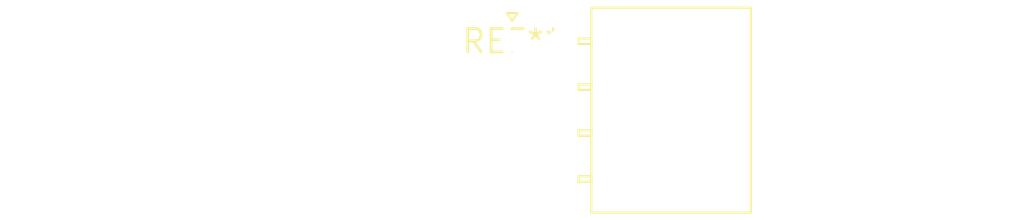
<source format=kicad_pcb>
(kicad_pcb (version 20240108) (generator pcbnew)
  (layers (0 "F.Cu" signal) (31 "B.Cu" signal) (34 "B.Paste" user) (35 "F.Paste" user) (36 "B.SilkS" user "B.Silkscreen") (37 "F.SilkS" user "F.Silkscreen") (38 "B.Mask" user) (39 "F.Mask" user) (44 "Edge.Cuts" user))
  (net 0 "")
  (footprint "Molex_Nano-Fit_105314-xx08_2x04_P2.50mm_Horizontal" (layer "F.Cu") (at 0 0)
    (property "Reference" "REF**")
    (property "Value" "Molex_Nano-Fit_105314-xx08_2x04_P2.50mm_Horizontal")
    (fp_line (start -0.3 -1.534264) (end 0 -1.11) (layer "F.SilkS") (stroke (width 0.12)))
    (fp_line (start 0 -1.11) (end 0.3 -1.534264) (layer "F.SilkS") (stroke (width 0.12)))
    (fp_line (start 0.3 -1.534264) (end -0.3 -1.534264) (layer "F.SilkS") (stroke (width 0.12)))
    (fp_line (start 3.61 -0.15) (end 3.61 0.15) (layer "F.SilkS") (stroke (width 0.12)))
    (fp_line (start 3.61 0.15) (end 4.31 0.15) (layer "F.SilkS") (stroke (width 0.12)))
    (fp_line (start 3.61 2.35) (end 3.61 2.65) (layer "F.SilkS") (stroke (width 0.12)))
    (fp_line (start 3.61 2.65) (end 4.31 2.65) (layer "F.SilkS") (stroke (width 0.12)))
    (fp_line (start 3.61 4.85) (end 3.61 5.15) (layer "F.SilkS") (stroke (width 0.12)))
    (fp_line (start 3.61 5.15) (end 4.31 5.15) (layer "F.SilkS") (stroke (width 0.12)))
    (fp_line (start 3.61 7.35) (end 3.61 7.65) (layer "F.SilkS") (stroke (width 0.12)))
    (fp_line (start 3.61 7.65) (end 4.31 7.65) (layer "F.SilkS") (stroke (width 0.12)))
    (fp_line (start 4.31 -1.83) (end 4.31 9.33) (layer "F.SilkS") (stroke (width 0.12)))
    (fp_line (start 4.31 -0.15) (end 3.61 -0.15) (layer "F.SilkS") (stroke (width 0.12)))
    (fp_line (start 4.31 0.15) (end 4.31 -0.15) (layer "F.SilkS") (stroke (width 0.12)))
    (fp_line (start 4.31 2.35) (end 3.61 2.35) (layer "F.SilkS") (stroke (width 0.12)))
    (fp_line (start 4.31 2.65) (end 4.31 2.35) (layer "F.SilkS") (stroke (width 0.12)))
    (fp_line (start 4.31 4.85) (end 3.61 4.85) (layer "F.SilkS") (stroke (width 0.12)))
    (fp_line (start 4.31 5.15) (end 4.31 4.85) (layer "F.SilkS") (stroke (width 0.12)))
    (fp_line (start 4.31 7.35) (end 3.61 7.35) (layer "F.SilkS") (stroke (width 0.12)))
    (fp_line (start 4.31 7.65) (end 4.31 7.35) (layer "F.SilkS") (stroke (width 0.12)))
    (fp_line (start 4.31 9.33) (end 12.99 9.33) (layer "F.SilkS") (stroke (width 0.12)))
    (fp_line (start 12.99 -1.83) (end 4.31 -1.83) (layer "F.SilkS") (stroke (width 0.12)))
    (fp_line (start 12.99 9.33) (end 12.99 -1.83) (layer "F.SilkS") (stroke (width 0.12)))
    (pad "" np_thru_hole circle (at 9.68 0) (size 1.7 1.7) (drill 1.7) (layers *.Cu *.Mask))
    (pad "" np_thru_hole circle (at 9.68 7.5) (size 1.7 1.7) (drill 1.7) (layers *.Cu *.Mask))
    (pad "1" thru_hole roundrect (at 0 0) (size 1.7 1.7) (drill 1.2) (layers *.Cu *.Mask) (remove_unused_layers) (roundrect_rratio 0.147059))
    (pad "2" thru_hole circle (at 0 2.5) (size 1.7 1.7) (drill 1.2) (layers *.Cu *.Mask) (remove_unused_layers))
    (pad "3" thru_hole circle (at 0 5) (size 1.7 1.7) (drill 1.2) (layers *.Cu *.Mask) (remove_unused_layers))
    (pad "4" thru_hole circle (at 0 7.5) (size 1.7 1.7) (drill 1.2) (layers *.Cu *.Mask) (remove_unused_layers))
    (pad "5" thru_hole circle (at 2.5 0) (size 1.7 1.7) (drill 1.2) (layers *.Cu *.Mask) (remove_unused_layers))
    (pad "6" thru_hole circle (at 2.5 2.5) (size 1.7 1.7) (drill 1.2) (layers *.Cu *.Mask) (remove_unused_layers))
    (pad "7" thru_hole circle (at 2.5 5) (size 1.7 1.7) (drill 1.2) (layers *.Cu *.Mask) (remove_unused_layers))
    (pad "8" thru_hole circle (at 2.5 7.5) (size 1.7 1.7) (drill 1.2) (layers *.Cu *.Mask) (remove_unused_layers))
  )
)
</source>
